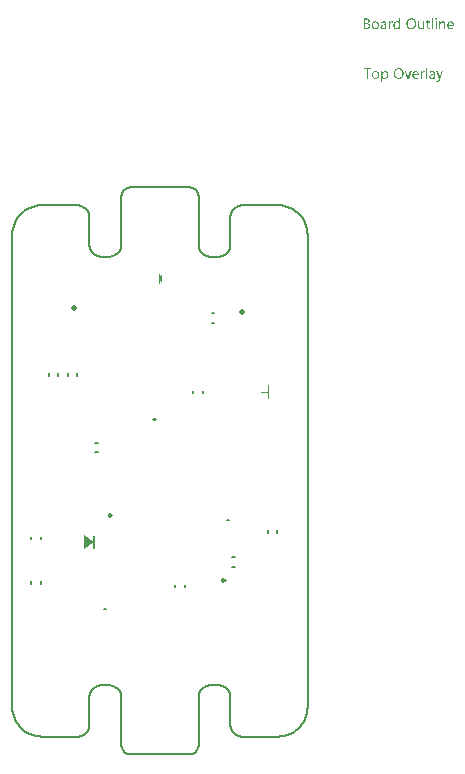
<source format=gto>
G04*
G04 #@! TF.GenerationSoftware,Altium Limited,Altium Designer,21.9.2 (33)*
G04*
G04 Layer_Color=65535*
%FSLAX44Y44*%
%MOMM*%
G71*
G04*
G04 #@! TF.SameCoordinates,2EA8CFF5-2370-4CCC-882B-FB9061A37F0A*
G04*
G04*
G04 #@! TF.FilePolarity,Positive*
G04*
G01*
G75*
%ADD10C,0.2500*%
%ADD11C,0.5000*%
%ADD12C,0.2000*%
%ADD13C,0.2540*%
%ADD14C,0.1500*%
%ADD15C,0.1000*%
G36*
X564991Y274449D02*
X565054Y274449D01*
X565195Y274386D01*
X565274Y274339D01*
X565353Y274276D01*
X565368Y274261D01*
X565384Y274245D01*
X565463Y274151D01*
X565526Y273993D01*
X565541Y273899D01*
X565557Y273805D01*
X565557Y273789D01*
X565557Y273757D01*
X565541Y273710D01*
X565526Y273647D01*
X565478Y273490D01*
X565416Y273412D01*
X565353Y273333D01*
X565337Y273333D01*
X565321Y273302D01*
X565227Y273239D01*
X565085Y273176D01*
X564991Y273160D01*
X564897Y273144D01*
X564850Y273144D01*
X564802Y273160D01*
X564739Y273160D01*
X564582Y273223D01*
X564504Y273254D01*
X564425Y273317D01*
X564425Y273333D01*
X564394Y273349D01*
X564362Y273396D01*
X564331Y273443D01*
X564268Y273600D01*
X564252Y273694D01*
X564236Y273805D01*
X564236Y273820D01*
X564236Y273852D01*
X564252Y273899D01*
X564268Y273978D01*
X564315Y274119D01*
X564362Y274198D01*
X564425Y274276D01*
X564441Y274292D01*
X564456Y274308D01*
X564551Y274371D01*
X564708Y274433D01*
X564802Y274465D01*
X564944Y274465D01*
X564991Y274449D01*
X564991Y274449D02*
G37*
G36*
X534536Y265141D02*
X533514Y265141D01*
X533514Y266211D01*
X533483Y266211D01*
X533483Y266195D01*
X533451Y266163D01*
X533404Y266101D01*
X533357Y266022D01*
X533279Y265928D01*
X533184Y265833D01*
X533074Y265723D01*
X532948Y265613D01*
X532807Y265487D01*
X532634Y265377D01*
X532461Y265283D01*
X532257Y265189D01*
X532052Y265110D01*
X531816Y265047D01*
X531565Y265016D01*
X531297Y265000D01*
X531188Y265000D01*
X531093Y265016D01*
X530999Y265031D01*
X530873Y265047D01*
X530606Y265110D01*
X530291Y265204D01*
X529977Y265361D01*
X529804Y265456D01*
X529662Y265566D01*
X529505Y265707D01*
X529364Y265849D01*
X529364Y265865D01*
X529332Y265896D01*
X529301Y265943D01*
X529254Y266006D01*
X529206Y266085D01*
X529143Y266195D01*
X529081Y266321D01*
X529018Y266462D01*
X528939Y266619D01*
X528876Y266792D01*
X528813Y266981D01*
X528766Y267185D01*
X528719Y267405D01*
X528688Y267657D01*
X528672Y267909D01*
X528656Y268176D01*
X528656Y268192D01*
X528656Y268239D01*
X528656Y268333D01*
X528672Y268443D01*
X528688Y268569D01*
X528703Y268726D01*
X528719Y268899D01*
X528750Y269088D01*
X528845Y269497D01*
X528986Y269921D01*
X529081Y270126D01*
X529191Y270330D01*
X529301Y270519D01*
X529442Y270707D01*
X529458Y270723D01*
X529474Y270754D01*
X529521Y270802D01*
X529584Y270865D01*
X529662Y270927D01*
X529772Y271006D01*
X529883Y271100D01*
X530008Y271195D01*
X530323Y271368D01*
X530684Y271525D01*
X530889Y271572D01*
X531109Y271619D01*
X531329Y271651D01*
X531581Y271666D01*
X531706Y271666D01*
X531801Y271651D01*
X531895Y271635D01*
X532021Y271619D01*
X532304Y271541D01*
X532618Y271415D01*
X532775Y271336D01*
X532933Y271226D01*
X533090Y271116D01*
X533231Y270975D01*
X533357Y270817D01*
X533483Y270629D01*
X533514Y270629D01*
X533514Y274591D01*
X534536Y274591D01*
X534536Y265141D01*
X534536Y265141D02*
G37*
G36*
X570777Y271651D02*
X570966Y271635D01*
X571202Y271588D01*
X571453Y271509D01*
X571720Y271383D01*
X571988Y271210D01*
X572098Y271116D01*
X572208Y270990D01*
X572239Y270959D01*
X572302Y270865D01*
X572381Y270707D01*
X572491Y270487D01*
X572585Y270220D01*
X572679Y269890D01*
X572742Y269497D01*
X572758Y269041D01*
X572758Y265141D01*
X571736Y265141D01*
X571736Y268773D01*
X571736Y268789D01*
X571736Y268868D01*
X571720Y268962D01*
X571720Y269088D01*
X571689Y269245D01*
X571657Y269418D01*
X571610Y269607D01*
X571547Y269795D01*
X571469Y269984D01*
X571374Y270157D01*
X571249Y270330D01*
X571107Y270487D01*
X570950Y270613D01*
X570746Y270707D01*
X570525Y270786D01*
X570258Y270802D01*
X570227Y270802D01*
X570132Y270786D01*
X569991Y270770D01*
X569818Y270723D01*
X569613Y270660D01*
X569393Y270550D01*
X569189Y270408D01*
X568985Y270220D01*
X568969Y270188D01*
X568906Y270126D01*
X568827Y270000D01*
X568733Y269827D01*
X568639Y269622D01*
X568560Y269371D01*
X568497Y269088D01*
X568481Y268773D01*
X568481Y265141D01*
X567459Y265141D01*
X567459Y271525D01*
X568481Y271525D01*
X568481Y270456D01*
X568513Y270456D01*
X568529Y270471D01*
X568544Y270503D01*
X568591Y270566D01*
X568654Y270644D01*
X568717Y270739D01*
X568812Y270833D01*
X568922Y270943D01*
X569048Y271069D01*
X569189Y271179D01*
X569346Y271289D01*
X569519Y271383D01*
X569708Y271478D01*
X569897Y271556D01*
X570117Y271619D01*
X570353Y271651D01*
X570604Y271666D01*
X570698Y271666D01*
X570777Y271651D01*
X570777Y271651D02*
G37*
G36*
X527603Y271619D02*
X527791Y271603D01*
X527901Y271572D01*
X527980Y271541D01*
X527980Y270487D01*
X527964Y270503D01*
X527933Y270519D01*
X527870Y270550D01*
X527791Y270597D01*
X527681Y270629D01*
X527540Y270660D01*
X527383Y270676D01*
X527210Y270692D01*
X527178Y270692D01*
X527100Y270676D01*
X526974Y270660D01*
X526832Y270613D01*
X526644Y270534D01*
X526471Y270424D01*
X526282Y270267D01*
X526109Y270063D01*
X526093Y270031D01*
X526046Y269953D01*
X525968Y269811D01*
X525889Y269622D01*
X525810Y269387D01*
X525732Y269088D01*
X525685Y268758D01*
X525669Y268380D01*
X525669Y265141D01*
X524647Y265141D01*
X524647Y271525D01*
X525669Y271525D01*
X525669Y270204D01*
X525700Y270204D01*
X525700Y270220D01*
X525716Y270236D01*
X525747Y270314D01*
X525795Y270440D01*
X525873Y270597D01*
X525952Y270754D01*
X526078Y270927D01*
X526203Y271100D01*
X526361Y271257D01*
X526376Y271273D01*
X526439Y271320D01*
X526534Y271383D01*
X526659Y271446D01*
X526801Y271509D01*
X526974Y271572D01*
X527163Y271619D01*
X527367Y271635D01*
X527508Y271635D01*
X527603Y271619D01*
X527603Y271619D02*
G37*
G36*
X554881Y265141D02*
X553859Y265141D01*
X553859Y266148D01*
X553828Y266148D01*
X553828Y266132D01*
X553797Y266101D01*
X553765Y266038D01*
X553702Y265975D01*
X553561Y265786D01*
X553341Y265582D01*
X553215Y265472D01*
X553073Y265361D01*
X552916Y265267D01*
X552727Y265173D01*
X552539Y265110D01*
X552334Y265047D01*
X552099Y265016D01*
X551863Y265000D01*
X551768Y265000D01*
X551658Y265016D01*
X551501Y265047D01*
X551328Y265079D01*
X551139Y265141D01*
X550935Y265220D01*
X550731Y265346D01*
X550510Y265487D01*
X550306Y265660D01*
X550117Y265880D01*
X549944Y266148D01*
X549787Y266446D01*
X549677Y266808D01*
X549614Y267232D01*
X549583Y267453D01*
X549583Y267704D01*
X549583Y271525D01*
X550589Y271525D01*
X550589Y267861D01*
X550589Y267846D01*
X550589Y267783D01*
X550605Y267673D01*
X550621Y267547D01*
X550636Y267390D01*
X550668Y267232D01*
X550715Y267044D01*
X550778Y266855D01*
X550872Y266667D01*
X550966Y266494D01*
X551092Y266321D01*
X551250Y266163D01*
X551422Y266038D01*
X551627Y265943D01*
X551878Y265865D01*
X552146Y265849D01*
X552177Y265849D01*
X552271Y265865D01*
X552413Y265880D01*
X552570Y265912D01*
X552775Y265991D01*
X552979Y266085D01*
X553183Y266211D01*
X553372Y266399D01*
X553388Y266431D01*
X553451Y266494D01*
X553529Y266619D01*
X553624Y266792D01*
X553702Y266997D01*
X553781Y267248D01*
X553844Y267531D01*
X553859Y267846D01*
X553859Y271525D01*
X554881Y271525D01*
X554881Y265141D01*
X554881Y265141D02*
G37*
G36*
X565384Y265141D02*
X564362Y265141D01*
X564362Y271525D01*
X565384Y271525D01*
X565384Y265141D01*
X565384Y265141D02*
G37*
G36*
X562287Y265141D02*
X561265Y265141D01*
X561265Y274591D01*
X562287Y274591D01*
X562287Y265141D01*
X562287Y265141D02*
G37*
G36*
X520685Y271651D02*
X520826Y271635D01*
X520999Y271588D01*
X521188Y271541D01*
X521392Y271462D01*
X521612Y271368D01*
X521817Y271242D01*
X522021Y271085D01*
X522210Y270896D01*
X522383Y270660D01*
X522524Y270393D01*
X522634Y270078D01*
X522697Y269717D01*
X522729Y269292D01*
X522729Y265141D01*
X521707Y265141D01*
X521707Y266132D01*
X521675Y266132D01*
X521675Y266116D01*
X521644Y266085D01*
X521612Y266022D01*
X521549Y265959D01*
X521392Y265770D01*
X521188Y265566D01*
X520905Y265361D01*
X520575Y265173D01*
X520370Y265110D01*
X520166Y265047D01*
X519946Y265016D01*
X519710Y265000D01*
X519616Y265000D01*
X519553Y265016D01*
X519380Y265031D01*
X519175Y265063D01*
X518924Y265126D01*
X518688Y265204D01*
X518436Y265330D01*
X518216Y265487D01*
X518201Y265519D01*
X518138Y265582D01*
X518043Y265692D01*
X517949Y265849D01*
X517855Y266038D01*
X517760Y266258D01*
X517697Y266525D01*
X517682Y266824D01*
X517682Y266840D01*
X517682Y266902D01*
X517697Y266997D01*
X517713Y267107D01*
X517745Y267248D01*
X517792Y267405D01*
X517855Y267578D01*
X517949Y267751D01*
X518059Y267940D01*
X518201Y268129D01*
X518373Y268302D01*
X518578Y268459D01*
X518814Y268616D01*
X519097Y268742D01*
X519411Y268836D01*
X519789Y268915D01*
X521707Y269182D01*
X521707Y269198D01*
X521707Y269245D01*
X521691Y269339D01*
X521691Y269434D01*
X521660Y269559D01*
X521644Y269701D01*
X521549Y270000D01*
X521471Y270141D01*
X521392Y270283D01*
X521282Y270424D01*
X521156Y270550D01*
X520999Y270660D01*
X520826Y270739D01*
X520622Y270786D01*
X520386Y270802D01*
X520276Y270802D01*
X520197Y270786D01*
X520087Y270786D01*
X519977Y270754D01*
X519694Y270707D01*
X519380Y270613D01*
X519034Y270471D01*
X518845Y270377D01*
X518672Y270283D01*
X518484Y270157D01*
X518311Y270015D01*
X518311Y271069D01*
X518326Y271069D01*
X518358Y271100D01*
X518405Y271132D01*
X518484Y271163D01*
X518562Y271210D01*
X518672Y271257D01*
X518798Y271305D01*
X518940Y271368D01*
X519254Y271478D01*
X519631Y271572D01*
X520040Y271635D01*
X520480Y271666D01*
X520575Y271666D01*
X520685Y271651D01*
X520685Y271651D02*
G37*
G36*
X506236Y274056D02*
X506346Y274056D01*
X506456Y274040D01*
X506707Y274009D01*
X507006Y273930D01*
X507321Y273836D01*
X507619Y273694D01*
X507887Y273506D01*
X507902Y273506D01*
X507918Y273474D01*
X507997Y273412D01*
X508107Y273286D01*
X508232Y273113D01*
X508343Y272893D01*
X508453Y272641D01*
X508531Y272358D01*
X508563Y272201D01*
X508563Y272028D01*
X508563Y272012D01*
X508563Y271996D01*
X508563Y271902D01*
X508547Y271761D01*
X508516Y271588D01*
X508468Y271368D01*
X508390Y271147D01*
X508295Y270927D01*
X508154Y270707D01*
X508138Y270676D01*
X508075Y270613D01*
X507981Y270519D01*
X507855Y270393D01*
X507698Y270267D01*
X507509Y270126D01*
X507273Y270015D01*
X507022Y269905D01*
X507022Y269890D01*
X507069Y269890D01*
X507116Y269874D01*
X507163Y269858D01*
X507336Y269827D01*
X507541Y269764D01*
X507761Y269669D01*
X507997Y269559D01*
X508232Y269402D01*
X508453Y269198D01*
X508484Y269166D01*
X508547Y269088D01*
X508625Y268978D01*
X508736Y268805D01*
X508830Y268585D01*
X508924Y268333D01*
X508987Y268034D01*
X509003Y267704D01*
X509003Y267689D01*
X509003Y267657D01*
X509003Y267594D01*
X508987Y267516D01*
X508971Y267421D01*
X508956Y267311D01*
X508893Y267044D01*
X508798Y266745D01*
X508657Y266431D01*
X508563Y266289D01*
X508453Y266132D01*
X508311Y265991D01*
X508170Y265849D01*
X508154Y265849D01*
X508138Y265818D01*
X508091Y265786D01*
X508028Y265739D01*
X507949Y265692D01*
X507839Y265629D01*
X507604Y265503D01*
X507305Y265361D01*
X506959Y265252D01*
X506550Y265173D01*
X506346Y265157D01*
X506110Y265141D01*
X503500Y265141D01*
X503500Y274072D01*
X506157Y274072D01*
X506236Y274056D01*
X506236Y274056D02*
G37*
G36*
X558293Y271525D02*
X559913Y271525D01*
X559913Y270644D01*
X558293Y270644D01*
X558293Y267044D01*
X558293Y267012D01*
X558293Y266934D01*
X558309Y266824D01*
X558325Y266682D01*
X558388Y266383D01*
X558435Y266242D01*
X558513Y266132D01*
X558529Y266116D01*
X558560Y266085D01*
X558608Y266053D01*
X558686Y266006D01*
X558781Y265943D01*
X558906Y265912D01*
X559064Y265880D01*
X559237Y265865D01*
X559300Y265865D01*
X559378Y265880D01*
X559472Y265896D01*
X559692Y265959D01*
X559803Y266006D01*
X559913Y266069D01*
X559913Y265189D01*
X559897Y265189D01*
X559850Y265157D01*
X559771Y265141D01*
X559661Y265110D01*
X559520Y265079D01*
X559362Y265047D01*
X559174Y265031D01*
X558954Y265016D01*
X558875Y265016D01*
X558796Y265031D01*
X558686Y265047D01*
X558560Y265079D01*
X558419Y265110D01*
X558278Y265173D01*
X558120Y265252D01*
X557963Y265346D01*
X557806Y265472D01*
X557664Y265613D01*
X557538Y265802D01*
X557429Y266006D01*
X557350Y266258D01*
X557287Y266541D01*
X557271Y266871D01*
X557271Y270644D01*
X556186Y270644D01*
X556186Y271525D01*
X557271Y271525D01*
X557271Y273081D01*
X558293Y273412D01*
X558293Y271525D01*
X558293Y271525D02*
G37*
G36*
X577412Y271651D02*
X577522Y271635D01*
X577632Y271619D01*
X577915Y271572D01*
X578229Y271462D01*
X578544Y271320D01*
X578701Y271226D01*
X578858Y271116D01*
X579000Y270990D01*
X579141Y270849D01*
X579157Y270833D01*
X579173Y270817D01*
X579204Y270770D01*
X579251Y270707D01*
X579299Y270613D01*
X579361Y270519D01*
X579424Y270408D01*
X579487Y270267D01*
X579550Y270110D01*
X579613Y269953D01*
X579676Y269764D01*
X579723Y269559D01*
X579770Y269339D01*
X579802Y269119D01*
X579833Y268868D01*
X579833Y268600D01*
X579833Y268066D01*
X575321Y268066D01*
X575321Y268050D01*
X575321Y268019D01*
X575321Y267971D01*
X575336Y267893D01*
X575352Y267799D01*
X575352Y267704D01*
X575399Y267453D01*
X575478Y267201D01*
X575572Y266918D01*
X575714Y266651D01*
X575887Y266415D01*
X575918Y266383D01*
X575981Y266321D01*
X576107Y266242D01*
X576280Y266132D01*
X576500Y266022D01*
X576752Y265943D01*
X577050Y265880D01*
X577396Y265849D01*
X577506Y265849D01*
X577585Y265865D01*
X577679Y265865D01*
X577789Y265880D01*
X578056Y265943D01*
X578355Y266022D01*
X578685Y266148D01*
X579031Y266321D01*
X579204Y266431D01*
X579377Y266556D01*
X579377Y265597D01*
X579361Y265597D01*
X579346Y265566D01*
X579299Y265550D01*
X579220Y265503D01*
X579141Y265456D01*
X579047Y265409D01*
X578921Y265361D01*
X578796Y265299D01*
X578638Y265236D01*
X578465Y265189D01*
X578088Y265094D01*
X577648Y265031D01*
X577160Y265000D01*
X577035Y265000D01*
X576940Y265016D01*
X576830Y265031D01*
X576689Y265047D01*
X576390Y265110D01*
X576044Y265204D01*
X575698Y265361D01*
X575525Y265472D01*
X575352Y265582D01*
X575195Y265707D01*
X575038Y265865D01*
X575022Y265880D01*
X575006Y265912D01*
X574975Y265959D01*
X574912Y266022D01*
X574865Y266116D01*
X574802Y266226D01*
X574723Y266352D01*
X574660Y266494D01*
X574582Y266651D01*
X574519Y266840D01*
X574440Y267044D01*
X574393Y267264D01*
X574346Y267500D01*
X574299Y267751D01*
X574283Y268019D01*
X574267Y268302D01*
X574267Y268317D01*
X574267Y268365D01*
X574267Y268443D01*
X574283Y268553D01*
X574299Y268679D01*
X574314Y268820D01*
X574330Y268993D01*
X574377Y269166D01*
X574472Y269544D01*
X574613Y269953D01*
X574708Y270157D01*
X574833Y270346D01*
X574959Y270550D01*
X575101Y270723D01*
X575116Y270739D01*
X575148Y270770D01*
X575195Y270817D01*
X575258Y270865D01*
X575336Y270943D01*
X575431Y271022D01*
X575557Y271100D01*
X575682Y271195D01*
X575981Y271368D01*
X576343Y271525D01*
X576547Y271572D01*
X576752Y271619D01*
X576972Y271651D01*
X577207Y271666D01*
X577333Y271666D01*
X577412Y271651D01*
X577412Y271651D02*
G37*
G36*
X544284Y274213D02*
X544442Y274198D01*
X544630Y274166D01*
X544835Y274119D01*
X545055Y274072D01*
X545275Y274009D01*
X545527Y273930D01*
X545762Y273820D01*
X546014Y273694D01*
X546265Y273553D01*
X546501Y273380D01*
X546737Y273191D01*
X546957Y272971D01*
X546973Y272956D01*
X547004Y272908D01*
X547067Y272845D01*
X547130Y272751D01*
X547225Y272625D01*
X547319Y272468D01*
X547413Y272295D01*
X547523Y272106D01*
X547633Y271871D01*
X547728Y271635D01*
X547822Y271368D01*
X547916Y271069D01*
X547979Y270770D01*
X548042Y270440D01*
X548074Y270078D01*
X548089Y269717D01*
X548089Y269685D01*
X548089Y269622D01*
X548089Y269512D01*
X548074Y269355D01*
X548058Y269166D01*
X548026Y268962D01*
X547995Y268726D01*
X547948Y268459D01*
X547885Y268192D01*
X547806Y267909D01*
X547712Y267626D01*
X547602Y267343D01*
X547460Y267044D01*
X547303Y266777D01*
X547130Y266509D01*
X546926Y266258D01*
X546910Y266242D01*
X546879Y266211D01*
X546800Y266148D01*
X546721Y266069D01*
X546596Y265959D01*
X546454Y265865D01*
X546297Y265739D01*
X546108Y265629D01*
X545904Y265519D01*
X545668Y265393D01*
X545416Y265299D01*
X545133Y265204D01*
X544835Y265110D01*
X544520Y265047D01*
X544190Y265016D01*
X543828Y265000D01*
X543750Y265000D01*
X543640Y265016D01*
X543514Y265016D01*
X543357Y265031D01*
X543168Y265063D01*
X542964Y265110D01*
X542728Y265157D01*
X542492Y265220D01*
X542240Y265299D01*
X541989Y265409D01*
X541737Y265519D01*
X541486Y265660D01*
X541234Y265833D01*
X540998Y266022D01*
X540778Y266242D01*
X540762Y266258D01*
X540731Y266305D01*
X540668Y266368D01*
X540605Y266462D01*
X540511Y266588D01*
X540417Y266745D01*
X540322Y266918D01*
X540212Y267122D01*
X540102Y267343D01*
X540008Y267578D01*
X539913Y267846D01*
X539819Y268144D01*
X539756Y268443D01*
X539693Y268773D01*
X539662Y269135D01*
X539646Y269497D01*
X539646Y269528D01*
X539646Y269591D01*
X539662Y269701D01*
X539662Y269858D01*
X539678Y270031D01*
X539709Y270251D01*
X539741Y270487D01*
X539788Y270739D01*
X539851Y271006D01*
X539929Y271289D01*
X540024Y271572D01*
X540134Y271855D01*
X540275Y272138D01*
X540432Y272421D01*
X540605Y272688D01*
X540810Y272940D01*
X540825Y272956D01*
X540857Y273003D01*
X540936Y273066D01*
X541030Y273144D01*
X541140Y273239D01*
X541281Y273349D01*
X541454Y273459D01*
X541643Y273584D01*
X541863Y273710D01*
X542099Y273820D01*
X542351Y273930D01*
X542634Y274025D01*
X542948Y274103D01*
X543278Y274182D01*
X543624Y274213D01*
X543986Y274229D01*
X544159Y274229D01*
X544284Y274213D01*
X544284Y274213D02*
G37*
G36*
X513735Y271651D02*
X513845Y271635D01*
X513987Y271619D01*
X514301Y271556D01*
X514663Y271446D01*
X515025Y271289D01*
X515213Y271195D01*
X515386Y271085D01*
X515559Y270943D01*
X515716Y270786D01*
X515732Y270770D01*
X515748Y270739D01*
X515795Y270692D01*
X515842Y270629D01*
X515905Y270534D01*
X515968Y270424D01*
X516047Y270298D01*
X516125Y270157D01*
X516188Y269984D01*
X516267Y269811D01*
X516330Y269607D01*
X516393Y269387D01*
X516440Y269151D01*
X516487Y268899D01*
X516502Y268632D01*
X516518Y268349D01*
X516518Y268333D01*
X516518Y268286D01*
X516518Y268207D01*
X516502Y268097D01*
X516487Y267971D01*
X516471Y267814D01*
X516440Y267657D01*
X516408Y267468D01*
X516314Y267091D01*
X516157Y266682D01*
X516062Y266478D01*
X515937Y266273D01*
X515811Y266085D01*
X515653Y265912D01*
X515638Y265896D01*
X515606Y265880D01*
X515559Y265833D01*
X515496Y265770D01*
X515402Y265707D01*
X515308Y265629D01*
X515182Y265534D01*
X515040Y265456D01*
X514883Y265377D01*
X514710Y265283D01*
X514521Y265204D01*
X514317Y265141D01*
X514097Y265079D01*
X513861Y265047D01*
X513610Y265016D01*
X513342Y265000D01*
X513201Y265000D01*
X513106Y265016D01*
X512996Y265031D01*
X512855Y265047D01*
X512698Y265079D01*
X512525Y265110D01*
X512163Y265220D01*
X511786Y265377D01*
X511597Y265472D01*
X511424Y265597D01*
X511251Y265723D01*
X511078Y265880D01*
X511063Y265896D01*
X511047Y265928D01*
X511000Y265975D01*
X510952Y266038D01*
X510890Y266132D01*
X510811Y266242D01*
X510732Y266368D01*
X510670Y266509D01*
X510591Y266682D01*
X510512Y266855D01*
X510434Y267044D01*
X510371Y267264D01*
X510276Y267736D01*
X510261Y267987D01*
X510245Y268255D01*
X510245Y268270D01*
X510245Y268333D01*
X510245Y268412D01*
X510261Y268522D01*
X510276Y268648D01*
X510292Y268805D01*
X510324Y268978D01*
X510355Y269166D01*
X510449Y269575D01*
X510607Y269984D01*
X510717Y270188D01*
X510827Y270393D01*
X510952Y270581D01*
X511110Y270754D01*
X511125Y270770D01*
X511157Y270802D01*
X511204Y270833D01*
X511267Y270896D01*
X511361Y270959D01*
X511471Y271037D01*
X511597Y271132D01*
X511739Y271210D01*
X511896Y271289D01*
X512085Y271383D01*
X512273Y271462D01*
X512493Y271525D01*
X512713Y271588D01*
X512965Y271635D01*
X513232Y271651D01*
X513499Y271666D01*
X513641Y271666D01*
X513735Y271651D01*
X513735Y271651D02*
G37*
G36*
X521895Y229512D02*
X522006Y229496D01*
X522116Y229481D01*
X522398Y229418D01*
X522713Y229323D01*
X523027Y229166D01*
X523185Y229072D01*
X523342Y228946D01*
X523483Y228820D01*
X523625Y228663D01*
X523641Y228647D01*
X523656Y228632D01*
X523688Y228569D01*
X523735Y228506D01*
X523782Y228427D01*
X523845Y228317D01*
X523908Y228191D01*
X523971Y228066D01*
X524034Y227908D01*
X524097Y227735D01*
X524160Y227547D01*
X524207Y227342D01*
X524285Y226886D01*
X524317Y226635D01*
X524317Y226368D01*
X524317Y226352D01*
X524317Y226305D01*
X524317Y226210D01*
X524301Y226100D01*
X524301Y225975D01*
X524269Y225817D01*
X524254Y225644D01*
X524222Y225456D01*
X524128Y225047D01*
X523987Y224622D01*
X523892Y224418D01*
X523798Y224214D01*
X523672Y224009D01*
X523531Y223820D01*
X523515Y223805D01*
X523499Y223773D01*
X523452Y223726D01*
X523389Y223679D01*
X523310Y223600D01*
X523216Y223522D01*
X523106Y223427D01*
X522980Y223349D01*
X522839Y223255D01*
X522682Y223160D01*
X522304Y223019D01*
X522100Y222956D01*
X521895Y222909D01*
X521660Y222877D01*
X521408Y222861D01*
X521282Y222861D01*
X521204Y222877D01*
X521093Y222893D01*
X520984Y222924D01*
X520700Y222987D01*
X520402Y223113D01*
X520229Y223207D01*
X520072Y223302D01*
X519914Y223427D01*
X519773Y223569D01*
X519616Y223726D01*
X519490Y223915D01*
X519458Y223915D01*
X519458Y220079D01*
X518436Y220079D01*
X518436Y229386D01*
X519458Y229386D01*
X519458Y228254D01*
X519490Y228254D01*
X519506Y228270D01*
X519521Y228317D01*
X519568Y228380D01*
X519631Y228459D01*
X519710Y228553D01*
X519804Y228663D01*
X519914Y228773D01*
X520056Y228899D01*
X520197Y229009D01*
X520355Y229119D01*
X520543Y229229D01*
X520732Y229323D01*
X520952Y229418D01*
X521188Y229481D01*
X521424Y229512D01*
X521691Y229528D01*
X521817Y229528D01*
X521895Y229512D01*
X521895Y229512D02*
G37*
G36*
X554803Y229481D02*
X554991Y229465D01*
X555102Y229433D01*
X555180Y229402D01*
X555180Y228349D01*
X555164Y228364D01*
X555133Y228380D01*
X555070Y228412D01*
X554991Y228459D01*
X554881Y228490D01*
X554740Y228522D01*
X554583Y228537D01*
X554410Y228553D01*
X554378Y228553D01*
X554300Y228537D01*
X554174Y228522D01*
X554032Y228474D01*
X553844Y228396D01*
X553671Y228286D01*
X553482Y228129D01*
X553309Y227924D01*
X553293Y227893D01*
X553246Y227814D01*
X553168Y227673D01*
X553089Y227484D01*
X553010Y227248D01*
X552932Y226949D01*
X552885Y226619D01*
X552869Y226242D01*
X552869Y223003D01*
X551847Y223003D01*
X551847Y229386D01*
X552869Y229386D01*
X552869Y228066D01*
X552900Y228066D01*
X552900Y228081D01*
X552916Y228097D01*
X552948Y228176D01*
X552995Y228301D01*
X553073Y228459D01*
X553152Y228616D01*
X553278Y228789D01*
X553404Y228962D01*
X553561Y229119D01*
X553576Y229135D01*
X553639Y229182D01*
X553734Y229245D01*
X553859Y229308D01*
X554001Y229371D01*
X554174Y229433D01*
X554363Y229481D01*
X554567Y229496D01*
X554709Y229496D01*
X554803Y229481D01*
X554803Y229481D02*
G37*
G36*
X568026Y221981D02*
X568010Y221965D01*
X567994Y221902D01*
X567947Y221792D01*
X567884Y221667D01*
X567805Y221525D01*
X567695Y221352D01*
X567585Y221179D01*
X567459Y220990D01*
X567302Y220802D01*
X567145Y220629D01*
X566956Y220456D01*
X566752Y220314D01*
X566548Y220189D01*
X566312Y220079D01*
X566076Y220016D01*
X565809Y220000D01*
X565667Y220000D01*
X565573Y220016D01*
X565368Y220047D01*
X565148Y220094D01*
X565148Y221006D01*
X565164Y221006D01*
X565211Y220990D01*
X565274Y220975D01*
X565353Y220959D01*
X565541Y220912D01*
X565746Y220896D01*
X565777Y220896D01*
X565872Y220912D01*
X566013Y220943D01*
X566186Y221006D01*
X566375Y221116D01*
X566469Y221195D01*
X566563Y221289D01*
X566658Y221383D01*
X566752Y221509D01*
X566831Y221651D01*
X566909Y221808D01*
X567428Y223003D01*
X564928Y229386D01*
X566060Y229386D01*
X567790Y224465D01*
X567790Y224449D01*
X567805Y224418D01*
X567821Y224371D01*
X567837Y224308D01*
X567853Y224214D01*
X567884Y224119D01*
X567915Y223978D01*
X567963Y223978D01*
X567963Y224009D01*
X567994Y224104D01*
X568026Y224245D01*
X568088Y224449D01*
X569897Y229386D01*
X570950Y229386D01*
X568026Y221981D01*
X568026Y221981D02*
G37*
G36*
X541533Y223003D02*
X540527Y223003D01*
X538105Y229386D01*
X539222Y229386D01*
X540857Y224748D01*
X540873Y224732D01*
X540888Y224669D01*
X540920Y224559D01*
X540951Y224449D01*
X540983Y224308D01*
X541030Y224151D01*
X541077Y223852D01*
X541093Y223852D01*
X541093Y223868D01*
X541108Y223931D01*
X541124Y224025D01*
X541140Y224135D01*
X541171Y224277D01*
X541203Y224418D01*
X541297Y224717D01*
X542995Y229386D01*
X544064Y229386D01*
X541533Y223003D01*
X541533Y223003D02*
G37*
G36*
X561909Y229512D02*
X562051Y229496D01*
X562224Y229449D01*
X562412Y229402D01*
X562617Y229323D01*
X562837Y229229D01*
X563041Y229103D01*
X563246Y228946D01*
X563434Y228757D01*
X563607Y228522D01*
X563749Y228254D01*
X563859Y227940D01*
X563922Y227578D01*
X563953Y227154D01*
X563953Y223003D01*
X562931Y223003D01*
X562931Y223993D01*
X562900Y223993D01*
X562900Y223978D01*
X562868Y223946D01*
X562837Y223883D01*
X562774Y223820D01*
X562617Y223632D01*
X562412Y223427D01*
X562130Y223223D01*
X561799Y223034D01*
X561595Y222971D01*
X561391Y222909D01*
X561171Y222877D01*
X560935Y222861D01*
X560840Y222861D01*
X560777Y222877D01*
X560604Y222893D01*
X560400Y222924D01*
X560149Y222987D01*
X559913Y223066D01*
X559661Y223192D01*
X559441Y223349D01*
X559425Y223380D01*
X559362Y223443D01*
X559268Y223553D01*
X559174Y223710D01*
X559079Y223899D01*
X558985Y224119D01*
X558922Y224387D01*
X558906Y224685D01*
X558906Y224701D01*
X558906Y224764D01*
X558922Y224858D01*
X558938Y224968D01*
X558969Y225110D01*
X559016Y225267D01*
X559079Y225440D01*
X559174Y225613D01*
X559284Y225802D01*
X559425Y225990D01*
X559598Y226163D01*
X559803Y226320D01*
X560038Y226478D01*
X560321Y226603D01*
X560636Y226698D01*
X561013Y226776D01*
X562931Y227044D01*
X562931Y227059D01*
X562931Y227106D01*
X562916Y227201D01*
X562916Y227295D01*
X562884Y227421D01*
X562868Y227563D01*
X562774Y227861D01*
X562696Y228003D01*
X562617Y228144D01*
X562507Y228286D01*
X562381Y228412D01*
X562224Y228522D01*
X562051Y228600D01*
X561847Y228647D01*
X561611Y228663D01*
X561501Y228663D01*
X561422Y228647D01*
X561312Y228647D01*
X561202Y228616D01*
X560919Y228569D01*
X560604Y228474D01*
X560258Y228333D01*
X560070Y228239D01*
X559897Y228144D01*
X559708Y228018D01*
X559535Y227877D01*
X559535Y228930D01*
X559551Y228930D01*
X559582Y228962D01*
X559630Y228993D01*
X559708Y229025D01*
X559787Y229072D01*
X559897Y229119D01*
X560023Y229166D01*
X560164Y229229D01*
X560479Y229339D01*
X560856Y229433D01*
X561265Y229496D01*
X561705Y229528D01*
X561799Y229528D01*
X561909Y229512D01*
X561909Y229512D02*
G37*
G36*
X557303Y223003D02*
X556281Y223003D01*
X556281Y232452D01*
X557303Y232452D01*
X557303Y223003D01*
X557303Y223003D02*
G37*
G36*
X509695Y230990D02*
X507116Y230990D01*
X507116Y223003D01*
X506078Y223003D01*
X506078Y230990D01*
X503500Y230990D01*
X503500Y231933D01*
X509695Y231933D01*
X509695Y230990D01*
X509695Y230990D02*
G37*
G36*
X547885Y229512D02*
X547995Y229496D01*
X548105Y229481D01*
X548388Y229433D01*
X548702Y229323D01*
X549017Y229182D01*
X549174Y229088D01*
X549331Y228978D01*
X549473Y228852D01*
X549614Y228710D01*
X549630Y228694D01*
X549646Y228679D01*
X549677Y228632D01*
X549724Y228569D01*
X549772Y228474D01*
X549835Y228380D01*
X549897Y228270D01*
X549960Y228129D01*
X550023Y227971D01*
X550086Y227814D01*
X550149Y227625D01*
X550196Y227421D01*
X550243Y227201D01*
X550275Y226981D01*
X550306Y226729D01*
X550306Y226462D01*
X550306Y225927D01*
X545794Y225927D01*
X545794Y225912D01*
X545794Y225880D01*
X545794Y225833D01*
X545810Y225754D01*
X545825Y225660D01*
X545825Y225566D01*
X545872Y225314D01*
X545951Y225063D01*
X546045Y224780D01*
X546187Y224512D01*
X546360Y224277D01*
X546391Y224245D01*
X546454Y224182D01*
X546580Y224104D01*
X546753Y223993D01*
X546973Y223883D01*
X547225Y223805D01*
X547523Y223742D01*
X547869Y223710D01*
X547979Y223710D01*
X548058Y223726D01*
X548152Y223726D01*
X548262Y223742D01*
X548530Y223805D01*
X548828Y223883D01*
X549158Y224009D01*
X549504Y224182D01*
X549677Y224292D01*
X549850Y224418D01*
X549850Y223459D01*
X549835Y223459D01*
X549819Y223427D01*
X549772Y223412D01*
X549693Y223365D01*
X549614Y223317D01*
X549520Y223270D01*
X549394Y223223D01*
X549268Y223160D01*
X549111Y223097D01*
X548938Y223050D01*
X548561Y222956D01*
X548121Y222893D01*
X547633Y222861D01*
X547508Y222861D01*
X547413Y222877D01*
X547303Y222893D01*
X547162Y222909D01*
X546863Y222971D01*
X546517Y223066D01*
X546171Y223223D01*
X545998Y223333D01*
X545825Y223443D01*
X545668Y223569D01*
X545511Y223726D01*
X545495Y223742D01*
X545479Y223773D01*
X545448Y223820D01*
X545385Y223883D01*
X545338Y223978D01*
X545275Y224088D01*
X545196Y224214D01*
X545133Y224355D01*
X545055Y224512D01*
X544992Y224701D01*
X544913Y224905D01*
X544866Y225126D01*
X544819Y225361D01*
X544772Y225613D01*
X544756Y225880D01*
X544740Y226163D01*
X544740Y226179D01*
X544740Y226226D01*
X544740Y226305D01*
X544756Y226415D01*
X544772Y226541D01*
X544787Y226682D01*
X544803Y226855D01*
X544850Y227028D01*
X544945Y227405D01*
X545086Y227814D01*
X545181Y228018D01*
X545306Y228207D01*
X545432Y228412D01*
X545574Y228584D01*
X545589Y228600D01*
X545621Y228632D01*
X545668Y228679D01*
X545731Y228726D01*
X545810Y228805D01*
X545904Y228883D01*
X546030Y228962D01*
X546155Y229056D01*
X546454Y229229D01*
X546816Y229386D01*
X547020Y229433D01*
X547225Y229481D01*
X547445Y229512D01*
X547681Y229528D01*
X547806Y229528D01*
X547885Y229512D01*
X547885Y229512D02*
G37*
G36*
X533624Y232075D02*
X533782Y232059D01*
X533970Y232028D01*
X534175Y231980D01*
X534395Y231933D01*
X534615Y231870D01*
X534866Y231792D01*
X535102Y231682D01*
X535354Y231556D01*
X535606Y231415D01*
X535841Y231242D01*
X536077Y231053D01*
X536297Y230833D01*
X536313Y230817D01*
X536344Y230770D01*
X536407Y230707D01*
X536470Y230613D01*
X536565Y230487D01*
X536659Y230330D01*
X536753Y230157D01*
X536863Y229968D01*
X536973Y229732D01*
X537068Y229496D01*
X537162Y229229D01*
X537256Y228930D01*
X537319Y228632D01*
X537382Y228301D01*
X537414Y227940D01*
X537429Y227578D01*
X537429Y227547D01*
X537429Y227484D01*
X537429Y227374D01*
X537414Y227217D01*
X537398Y227028D01*
X537366Y226824D01*
X537335Y226588D01*
X537288Y226320D01*
X537225Y226053D01*
X537146Y225770D01*
X537052Y225487D01*
X536942Y225204D01*
X536800Y224905D01*
X536643Y224638D01*
X536470Y224371D01*
X536266Y224119D01*
X536250Y224104D01*
X536219Y224072D01*
X536140Y224009D01*
X536062Y223931D01*
X535936Y223820D01*
X535794Y223726D01*
X535637Y223600D01*
X535448Y223490D01*
X535244Y223380D01*
X535008Y223255D01*
X534757Y223160D01*
X534473Y223066D01*
X534175Y222971D01*
X533860Y222909D01*
X533530Y222877D01*
X533168Y222861D01*
X533090Y222861D01*
X532980Y222877D01*
X532854Y222877D01*
X532697Y222893D01*
X532508Y222924D01*
X532304Y222971D01*
X532068Y223019D01*
X531832Y223081D01*
X531581Y223160D01*
X531329Y223270D01*
X531077Y223380D01*
X530826Y223522D01*
X530574Y223695D01*
X530338Y223883D01*
X530118Y224104D01*
X530103Y224119D01*
X530071Y224166D01*
X530008Y224229D01*
X529945Y224324D01*
X529851Y224449D01*
X529757Y224607D01*
X529662Y224780D01*
X529552Y224984D01*
X529442Y225204D01*
X529348Y225440D01*
X529254Y225707D01*
X529159Y226006D01*
X529096Y226305D01*
X529034Y226635D01*
X529002Y226996D01*
X528986Y227358D01*
X528986Y227390D01*
X528986Y227452D01*
X529002Y227563D01*
X529002Y227720D01*
X529018Y227893D01*
X529049Y228113D01*
X529081Y228349D01*
X529128Y228600D01*
X529191Y228867D01*
X529269Y229151D01*
X529364Y229433D01*
X529474Y229716D01*
X529615Y230000D01*
X529772Y230282D01*
X529945Y230550D01*
X530150Y230801D01*
X530165Y230817D01*
X530197Y230864D01*
X530275Y230927D01*
X530370Y231006D01*
X530480Y231100D01*
X530621Y231210D01*
X530794Y231320D01*
X530983Y231446D01*
X531203Y231572D01*
X531439Y231682D01*
X531691Y231792D01*
X531974Y231886D01*
X532288Y231965D01*
X532618Y232043D01*
X532964Y232075D01*
X533326Y232091D01*
X533499Y232091D01*
X533624Y232075D01*
X533624Y232075D02*
G37*
G36*
X514018Y229512D02*
X514128Y229496D01*
X514270Y229481D01*
X514584Y229418D01*
X514946Y229308D01*
X515308Y229151D01*
X515496Y229056D01*
X515669Y228946D01*
X515842Y228805D01*
X515999Y228647D01*
X516015Y228632D01*
X516031Y228600D01*
X516078Y228553D01*
X516125Y228490D01*
X516188Y228396D01*
X516251Y228286D01*
X516330Y228160D01*
X516408Y228018D01*
X516471Y227845D01*
X516550Y227673D01*
X516613Y227468D01*
X516675Y227248D01*
X516723Y227012D01*
X516770Y226761D01*
X516786Y226493D01*
X516801Y226210D01*
X516801Y226195D01*
X516801Y226147D01*
X516801Y226069D01*
X516786Y225959D01*
X516770Y225833D01*
X516754Y225676D01*
X516723Y225518D01*
X516691Y225330D01*
X516597Y224953D01*
X516440Y224544D01*
X516345Y224339D01*
X516219Y224135D01*
X516094Y223946D01*
X515937Y223773D01*
X515921Y223758D01*
X515889Y223742D01*
X515842Y223695D01*
X515779Y223632D01*
X515685Y223569D01*
X515591Y223490D01*
X515465Y223396D01*
X515323Y223317D01*
X515166Y223239D01*
X514993Y223144D01*
X514804Y223066D01*
X514600Y223003D01*
X514380Y222940D01*
X514144Y222909D01*
X513893Y222877D01*
X513625Y222861D01*
X513484Y222861D01*
X513390Y222877D01*
X513279Y222893D01*
X513138Y222909D01*
X512981Y222940D01*
X512808Y222971D01*
X512446Y223081D01*
X512069Y223239D01*
X511880Y223333D01*
X511707Y223459D01*
X511534Y223585D01*
X511361Y223742D01*
X511345Y223758D01*
X511330Y223789D01*
X511283Y223836D01*
X511236Y223899D01*
X511173Y223993D01*
X511094Y224104D01*
X511015Y224229D01*
X510952Y224371D01*
X510874Y224544D01*
X510795Y224717D01*
X510717Y224905D01*
X510654Y225126D01*
X510559Y225597D01*
X510544Y225849D01*
X510528Y226116D01*
X510528Y226132D01*
X510528Y226195D01*
X510528Y226273D01*
X510544Y226383D01*
X510559Y226509D01*
X510575Y226666D01*
X510607Y226839D01*
X510638Y227028D01*
X510732Y227437D01*
X510890Y227845D01*
X511000Y228050D01*
X511110Y228254D01*
X511236Y228443D01*
X511393Y228616D01*
X511408Y228632D01*
X511440Y228663D01*
X511487Y228694D01*
X511550Y228757D01*
X511644Y228820D01*
X511754Y228899D01*
X511880Y228993D01*
X512022Y229072D01*
X512179Y229151D01*
X512368Y229245D01*
X512556Y229323D01*
X512776Y229386D01*
X512996Y229449D01*
X513248Y229496D01*
X513515Y229512D01*
X513783Y229528D01*
X513924Y229528D01*
X514018Y229512D01*
X514018Y229512D02*
G37*
G36*
X333000Y50000D02*
X330000Y54000D01*
X333000Y58000D01*
X333000Y50000D01*
X333000Y50000D02*
G37*
G36*
X423750Y-48381D02*
X422500Y-48381D01*
X422500Y-42881D01*
X416500Y-42881D01*
X416500Y-41882D01*
X422500Y-41881D01*
X422500Y-36381D01*
X423750Y-36381D01*
X423750Y-48381D01*
X423750Y-48381D02*
G37*
G36*
X275146Y-169250D02*
X267146Y-175250D01*
X267146Y-163250D01*
X275146Y-169250D01*
X275146Y-169250D02*
G37*
%LPC*%
G36*
X531706Y270802D02*
X531612Y270802D01*
X531549Y270786D01*
X531376Y270770D01*
X531172Y270723D01*
X530936Y270629D01*
X530684Y270503D01*
X530448Y270346D01*
X530338Y270236D01*
X530228Y270110D01*
X530213Y270078D01*
X530150Y269984D01*
X530055Y269827D01*
X529961Y269622D01*
X529867Y269355D01*
X529772Y269025D01*
X529710Y268648D01*
X529694Y268223D01*
X529694Y268207D01*
X529694Y268176D01*
X529694Y268113D01*
X529710Y268034D01*
X529710Y267956D01*
X529725Y267846D01*
X529757Y267594D01*
X529820Y267311D01*
X529914Y267028D01*
X530040Y266745D01*
X530213Y266478D01*
X530244Y266446D01*
X530307Y266383D01*
X530417Y266273D01*
X530574Y266163D01*
X530779Y266053D01*
X531015Y265943D01*
X531282Y265880D01*
X531596Y265849D01*
X531675Y265849D01*
X531738Y265865D01*
X531895Y265880D01*
X532084Y265928D01*
X532304Y266006D01*
X532540Y266101D01*
X532760Y266258D01*
X532980Y266462D01*
X532996Y266494D01*
X533058Y266572D01*
X533153Y266714D01*
X533247Y266887D01*
X533341Y267107D01*
X533436Y267374D01*
X533499Y267689D01*
X533514Y268019D01*
X533514Y268962D01*
X533514Y268978D01*
X533514Y268993D01*
X533514Y269088D01*
X533483Y269229D01*
X533451Y269418D01*
X533389Y269622D01*
X533294Y269842D01*
X533168Y270063D01*
X532996Y270267D01*
X532980Y270283D01*
X532901Y270346D01*
X532791Y270440D01*
X532650Y270534D01*
X532461Y270629D01*
X532241Y270723D01*
X531989Y270786D01*
X531706Y270802D01*
X531706Y270802D02*
G37*
G36*
X521707Y268365D02*
X520166Y268144D01*
X520135Y268144D01*
X520056Y268129D01*
X519930Y268097D01*
X519773Y268066D01*
X519600Y268019D01*
X519411Y267956D01*
X519254Y267893D01*
X519097Y267799D01*
X519081Y267783D01*
X519034Y267751D01*
X518987Y267689D01*
X518924Y267594D01*
X518845Y267468D01*
X518798Y267311D01*
X518751Y267122D01*
X518735Y266902D01*
X518735Y266887D01*
X518735Y266824D01*
X518751Y266745D01*
X518782Y266635D01*
X518814Y266509D01*
X518877Y266383D01*
X518955Y266258D01*
X519065Y266132D01*
X519081Y266116D01*
X519128Y266085D01*
X519207Y266038D01*
X519301Y265991D01*
X519427Y265943D01*
X519584Y265896D01*
X519757Y265865D01*
X519962Y265849D01*
X519993Y265849D01*
X520087Y265865D01*
X520229Y265880D01*
X520402Y265912D01*
X520590Y265975D01*
X520811Y266069D01*
X521015Y266211D01*
X521204Y266383D01*
X521219Y266415D01*
X521282Y266478D01*
X521361Y266588D01*
X521455Y266745D01*
X521549Y266950D01*
X521628Y267170D01*
X521691Y267437D01*
X521707Y267720D01*
X521707Y268365D01*
X521707Y268365D02*
G37*
G36*
X505748Y273129D02*
X504553Y273129D01*
X504553Y270236D01*
X505764Y270236D01*
X505921Y270251D01*
X506110Y270283D01*
X506330Y270330D01*
X506566Y270408D01*
X506770Y270503D01*
X506975Y270644D01*
X506990Y270660D01*
X507053Y270723D01*
X507132Y270817D01*
X507226Y270959D01*
X507305Y271116D01*
X507383Y271320D01*
X507446Y271556D01*
X507462Y271824D01*
X507462Y271839D01*
X507462Y271886D01*
X507446Y271949D01*
X507431Y272028D01*
X507368Y272232D01*
X507321Y272358D01*
X507242Y272484D01*
X507163Y272594D01*
X507038Y272720D01*
X506912Y272830D01*
X506739Y272924D01*
X506550Y273003D01*
X506314Y273066D01*
X506047Y273113D01*
X505748Y273129D01*
X505748Y273129D02*
G37*
G36*
X505748Y269292D02*
X504553Y269292D01*
X504553Y266085D01*
X506126Y266085D01*
X506283Y266101D01*
X506503Y266132D01*
X506723Y266195D01*
X506959Y266258D01*
X507195Y266368D01*
X507399Y266509D01*
X507415Y266525D01*
X507478Y266588D01*
X507556Y266682D01*
X507651Y266824D01*
X507745Y266997D01*
X507824Y267201D01*
X507887Y267453D01*
X507902Y267720D01*
X507902Y267736D01*
X507902Y267783D01*
X507887Y267861D01*
X507871Y267971D01*
X507839Y268082D01*
X507792Y268223D01*
X507729Y268365D01*
X507635Y268506D01*
X507525Y268648D01*
X507383Y268789D01*
X507211Y268931D01*
X506990Y269041D01*
X506754Y269151D01*
X506456Y269229D01*
X506126Y269277D01*
X505748Y269292D01*
X505748Y269292D02*
G37*
G36*
X577192Y270802D02*
X577066Y270802D01*
X576940Y270770D01*
X576767Y270739D01*
X576579Y270676D01*
X576358Y270581D01*
X576154Y270456D01*
X575950Y270283D01*
X575934Y270267D01*
X575871Y270188D01*
X575793Y270078D01*
X575682Y269921D01*
X575572Y269732D01*
X575478Y269497D01*
X575399Y269229D01*
X575336Y268931D01*
X578780Y268931D01*
X578780Y268946D01*
X578780Y268978D01*
X578780Y269009D01*
X578780Y269072D01*
X578764Y269245D01*
X578733Y269434D01*
X578670Y269669D01*
X578607Y269890D01*
X578497Y270110D01*
X578355Y270314D01*
X578340Y270330D01*
X578277Y270393D01*
X578182Y270471D01*
X578056Y270566D01*
X577884Y270644D01*
X577679Y270723D01*
X577459Y270786D01*
X577192Y270802D01*
X577192Y270802D02*
G37*
G36*
X543907Y273270D02*
X543765Y273270D01*
X543671Y273254D01*
X543545Y273239D01*
X543420Y273223D01*
X543262Y273191D01*
X543089Y273144D01*
X542728Y273018D01*
X542539Y272940D01*
X542335Y272845D01*
X542146Y272720D01*
X541957Y272578D01*
X541785Y272421D01*
X541612Y272248D01*
X541596Y272232D01*
X541580Y272201D01*
X541533Y272138D01*
X541470Y272059D01*
X541407Y271965D01*
X541344Y271839D01*
X541266Y271698D01*
X541187Y271541D01*
X541093Y271352D01*
X541014Y271163D01*
X540951Y270943D01*
X540888Y270707D01*
X540825Y270456D01*
X540778Y270173D01*
X540762Y269890D01*
X540747Y269591D01*
X540747Y269575D01*
X540747Y269512D01*
X540747Y269434D01*
X540762Y269324D01*
X540778Y269182D01*
X540794Y269009D01*
X540825Y268836D01*
X540857Y268648D01*
X540951Y268223D01*
X541108Y267767D01*
X541203Y267547D01*
X541313Y267343D01*
X541454Y267122D01*
X541596Y266934D01*
X541612Y266918D01*
X541643Y266887D01*
X541690Y266840D01*
X541753Y266777D01*
X541832Y266698D01*
X541942Y266619D01*
X542067Y266525D01*
X542193Y266431D01*
X542351Y266336D01*
X542523Y266242D01*
X542901Y266085D01*
X543121Y266022D01*
X543341Y265975D01*
X543577Y265943D01*
X543828Y265928D01*
X543970Y265928D01*
X544080Y265943D01*
X544190Y265959D01*
X544347Y265975D01*
X544505Y266006D01*
X544677Y266053D01*
X545039Y266163D01*
X545243Y266242D01*
X545432Y266336D01*
X545621Y266446D01*
X545810Y266572D01*
X545982Y266714D01*
X546155Y266887D01*
X546171Y266902D01*
X546187Y266934D01*
X546234Y266981D01*
X546281Y267060D01*
X546360Y267170D01*
X546423Y267280D01*
X546501Y267421D01*
X546580Y267578D01*
X546659Y267767D01*
X546737Y267971D01*
X546816Y268192D01*
X546879Y268428D01*
X546926Y268679D01*
X546973Y268962D01*
X546989Y269261D01*
X547004Y269575D01*
X547004Y269591D01*
X547004Y269654D01*
X547004Y269748D01*
X546989Y269858D01*
X546973Y270015D01*
X546957Y270188D01*
X546941Y270377D01*
X546894Y270581D01*
X546800Y271006D01*
X546659Y271462D01*
X546564Y271682D01*
X546454Y271902D01*
X546313Y272106D01*
X546171Y272295D01*
X546155Y272311D01*
X546140Y272342D01*
X546092Y272390D01*
X546014Y272452D01*
X545935Y272515D01*
X545841Y272610D01*
X545715Y272688D01*
X545589Y272783D01*
X545432Y272877D01*
X545259Y272956D01*
X545070Y273050D01*
X544866Y273113D01*
X544646Y273176D01*
X544426Y273223D01*
X544174Y273254D01*
X543907Y273270D01*
X543907Y273270D02*
G37*
G36*
X513421Y270802D02*
X513327Y270802D01*
X513264Y270786D01*
X513075Y270770D01*
X512855Y270723D01*
X512603Y270644D01*
X512336Y270519D01*
X512085Y270346D01*
X511959Y270251D01*
X511849Y270126D01*
X511817Y270094D01*
X511754Y270000D01*
X511676Y269858D01*
X511566Y269654D01*
X511456Y269387D01*
X511377Y269072D01*
X511314Y268710D01*
X511283Y268286D01*
X511283Y268270D01*
X511283Y268239D01*
X511283Y268176D01*
X511298Y268097D01*
X511298Y268003D01*
X511314Y267893D01*
X511361Y267641D01*
X511424Y267358D01*
X511534Y267060D01*
X511676Y266761D01*
X511864Y266494D01*
X511896Y266462D01*
X511974Y266399D01*
X512100Y266289D01*
X512273Y266179D01*
X512493Y266053D01*
X512761Y265943D01*
X513075Y265880D01*
X513421Y265849D01*
X513515Y265849D01*
X513578Y265865D01*
X513767Y265880D01*
X513987Y265928D01*
X514223Y266006D01*
X514490Y266116D01*
X514726Y266273D01*
X514946Y266478D01*
X514962Y266509D01*
X515025Y266604D01*
X515119Y266745D01*
X515213Y266950D01*
X515308Y267217D01*
X515402Y267531D01*
X515465Y267893D01*
X515481Y268317D01*
X515481Y268333D01*
X515481Y268365D01*
X515481Y268428D01*
X515481Y268522D01*
X515465Y268616D01*
X515449Y268726D01*
X515418Y268993D01*
X515355Y269292D01*
X515261Y269591D01*
X515119Y269890D01*
X514946Y270157D01*
X514915Y270188D01*
X514852Y270251D01*
X514726Y270361D01*
X514553Y270487D01*
X514333Y270597D01*
X514081Y270707D01*
X513767Y270770D01*
X513421Y270802D01*
X513421Y270802D02*
G37*
G36*
X521439Y228663D02*
X521361Y228663D01*
X521298Y228647D01*
X521125Y228632D01*
X520921Y228584D01*
X520700Y228506D01*
X520449Y228396D01*
X520213Y228239D01*
X519993Y228034D01*
X519977Y228003D01*
X519914Y227924D01*
X519820Y227798D01*
X519726Y227610D01*
X519631Y227390D01*
X519537Y227122D01*
X519474Y226824D01*
X519458Y226493D01*
X519458Y225597D01*
X519458Y225581D01*
X519458Y225566D01*
X519474Y225471D01*
X519490Y225314D01*
X519521Y225141D01*
X519584Y224921D01*
X519678Y224701D01*
X519804Y224481D01*
X519977Y224261D01*
X520009Y224245D01*
X520072Y224182D01*
X520182Y224088D01*
X520339Y223993D01*
X520527Y223883D01*
X520748Y223805D01*
X520999Y223742D01*
X521282Y223710D01*
X521377Y223710D01*
X521439Y223726D01*
X521597Y223742D01*
X521817Y223805D01*
X522037Y223883D01*
X522289Y224009D01*
X522524Y224182D01*
X522634Y224292D01*
X522729Y224418D01*
X522729Y224434D01*
X522744Y224449D01*
X522776Y224497D01*
X522807Y224544D01*
X522854Y224622D01*
X522902Y224717D01*
X522996Y224937D01*
X523090Y225220D01*
X523185Y225550D01*
X523247Y225943D01*
X523263Y226399D01*
X523263Y226415D01*
X523263Y226446D01*
X523263Y226493D01*
X523263Y226572D01*
X523247Y226666D01*
X523232Y226761D01*
X523200Y226996D01*
X523138Y227264D01*
X523059Y227547D01*
X522933Y227814D01*
X522776Y228050D01*
X522760Y228081D01*
X522682Y228144D01*
X522571Y228239D01*
X522430Y228364D01*
X522241Y228474D01*
X522006Y228569D01*
X521738Y228632D01*
X521439Y228663D01*
X521439Y228663D02*
G37*
G36*
X562931Y226226D02*
X561391Y226006D01*
X561359Y226006D01*
X561281Y225990D01*
X561155Y225959D01*
X560998Y225927D01*
X560825Y225880D01*
X560636Y225817D01*
X560479Y225754D01*
X560321Y225660D01*
X560306Y225644D01*
X560258Y225613D01*
X560211Y225550D01*
X560149Y225456D01*
X560070Y225330D01*
X560023Y225173D01*
X559976Y224984D01*
X559960Y224764D01*
X559960Y224748D01*
X559960Y224685D01*
X559976Y224607D01*
X560007Y224497D01*
X560038Y224371D01*
X560101Y224245D01*
X560180Y224119D01*
X560290Y223993D01*
X560306Y223978D01*
X560353Y223946D01*
X560432Y223899D01*
X560526Y223852D01*
X560652Y223805D01*
X560809Y223758D01*
X560982Y223726D01*
X561186Y223710D01*
X561218Y223710D01*
X561312Y223726D01*
X561454Y223742D01*
X561626Y223773D01*
X561815Y223836D01*
X562035Y223931D01*
X562240Y224072D01*
X562428Y224245D01*
X562444Y224277D01*
X562507Y224339D01*
X562585Y224449D01*
X562680Y224607D01*
X562774Y224811D01*
X562853Y225031D01*
X562916Y225298D01*
X562931Y225581D01*
X562931Y226226D01*
X562931Y226226D02*
G37*
G36*
X547665Y228663D02*
X547539Y228663D01*
X547413Y228632D01*
X547240Y228600D01*
X547052Y228537D01*
X546831Y228443D01*
X546627Y228317D01*
X546423Y228144D01*
X546407Y228129D01*
X546344Y228050D01*
X546265Y227940D01*
X546155Y227783D01*
X546045Y227594D01*
X545951Y227358D01*
X545872Y227091D01*
X545810Y226792D01*
X549253Y226792D01*
X549253Y226808D01*
X549253Y226839D01*
X549253Y226871D01*
X549253Y226934D01*
X549237Y227106D01*
X549206Y227295D01*
X549143Y227531D01*
X549080Y227751D01*
X548970Y227971D01*
X548828Y228176D01*
X548812Y228191D01*
X548750Y228254D01*
X548655Y228333D01*
X548530Y228427D01*
X548357Y228506D01*
X548152Y228584D01*
X547932Y228647D01*
X547665Y228663D01*
X547665Y228663D02*
G37*
G36*
X533247Y231131D02*
X533106Y231131D01*
X533011Y231116D01*
X532886Y231100D01*
X532760Y231084D01*
X532603Y231053D01*
X532430Y231006D01*
X532068Y230880D01*
X531879Y230801D01*
X531675Y230707D01*
X531486Y230581D01*
X531297Y230440D01*
X531125Y230282D01*
X530952Y230110D01*
X530936Y230094D01*
X530920Y230062D01*
X530873Y230000D01*
X530810Y229921D01*
X530747Y229827D01*
X530684Y229701D01*
X530606Y229559D01*
X530527Y229402D01*
X530433Y229213D01*
X530354Y229025D01*
X530291Y228805D01*
X530228Y228569D01*
X530165Y228317D01*
X530118Y228034D01*
X530103Y227751D01*
X530087Y227452D01*
X530087Y227437D01*
X530087Y227374D01*
X530087Y227295D01*
X530103Y227185D01*
X530118Y227044D01*
X530134Y226871D01*
X530165Y226698D01*
X530197Y226509D01*
X530291Y226085D01*
X530448Y225629D01*
X530543Y225408D01*
X530653Y225204D01*
X530794Y224984D01*
X530936Y224795D01*
X530952Y224780D01*
X530983Y224748D01*
X531030Y224701D01*
X531093Y224638D01*
X531172Y224559D01*
X531282Y224481D01*
X531408Y224387D01*
X531533Y224292D01*
X531691Y224198D01*
X531864Y224104D01*
X532241Y223946D01*
X532461Y223883D01*
X532681Y223836D01*
X532917Y223805D01*
X533168Y223789D01*
X533310Y223789D01*
X533420Y223805D01*
X533530Y223820D01*
X533687Y223836D01*
X533845Y223868D01*
X534017Y223915D01*
X534379Y224025D01*
X534584Y224104D01*
X534772Y224198D01*
X534961Y224308D01*
X535150Y224434D01*
X535322Y224575D01*
X535495Y224748D01*
X535511Y224764D01*
X535527Y224795D01*
X535574Y224842D01*
X535621Y224921D01*
X535700Y225031D01*
X535763Y225141D01*
X535841Y225283D01*
X535920Y225440D01*
X535999Y225629D01*
X536077Y225833D01*
X536156Y226053D01*
X536219Y226289D01*
X536266Y226541D01*
X536313Y226824D01*
X536329Y227122D01*
X536344Y227437D01*
X536344Y227452D01*
X536344Y227515D01*
X536344Y227610D01*
X536329Y227720D01*
X536313Y227877D01*
X536297Y228050D01*
X536282Y228239D01*
X536234Y228443D01*
X536140Y228867D01*
X535999Y229323D01*
X535904Y229543D01*
X535794Y229764D01*
X535653Y229968D01*
X535511Y230157D01*
X535495Y230172D01*
X535480Y230204D01*
X535433Y230251D01*
X535354Y230314D01*
X535275Y230377D01*
X535181Y230471D01*
X535055Y230550D01*
X534929Y230644D01*
X534772Y230739D01*
X534599Y230817D01*
X534411Y230911D01*
X534206Y230974D01*
X533986Y231037D01*
X533766Y231084D01*
X533514Y231116D01*
X533247Y231131D01*
X533247Y231131D02*
G37*
G36*
X513704Y228663D02*
X513610Y228663D01*
X513547Y228647D01*
X513358Y228632D01*
X513138Y228584D01*
X512886Y228506D01*
X512619Y228380D01*
X512368Y228207D01*
X512242Y228113D01*
X512132Y227987D01*
X512100Y227956D01*
X512037Y227861D01*
X511959Y227720D01*
X511849Y227515D01*
X511739Y227248D01*
X511660Y226934D01*
X511597Y226572D01*
X511566Y226147D01*
X511566Y226132D01*
X511566Y226100D01*
X511566Y226037D01*
X511581Y225959D01*
X511581Y225864D01*
X511597Y225754D01*
X511644Y225503D01*
X511707Y225220D01*
X511817Y224921D01*
X511959Y224622D01*
X512147Y224355D01*
X512179Y224324D01*
X512257Y224261D01*
X512383Y224151D01*
X512556Y224041D01*
X512776Y223915D01*
X513044Y223805D01*
X513358Y223742D01*
X513704Y223710D01*
X513798Y223710D01*
X513861Y223726D01*
X514050Y223742D01*
X514270Y223789D01*
X514506Y223868D01*
X514773Y223978D01*
X515009Y224135D01*
X515229Y224339D01*
X515245Y224371D01*
X515308Y224465D01*
X515402Y224607D01*
X515496Y224811D01*
X515591Y225078D01*
X515685Y225393D01*
X515748Y225754D01*
X515764Y226179D01*
X515764Y226195D01*
X515764Y226226D01*
X515764Y226289D01*
X515764Y226383D01*
X515748Y226478D01*
X515732Y226588D01*
X515701Y226855D01*
X515638Y227154D01*
X515544Y227452D01*
X515402Y227751D01*
X515229Y228018D01*
X515198Y228050D01*
X515135Y228113D01*
X515009Y228223D01*
X514836Y228349D01*
X514616Y228459D01*
X514364Y228569D01*
X514050Y228632D01*
X513704Y228663D01*
X513704Y228663D02*
G37*
%LPD*%
D10*
X325510Y-65105D02*
X327210Y-65105D01*
X325510Y-65105D01*
D11*
X258019Y28986D02*
D03*
X400285Y25331D02*
D03*
D12*
X212421Y-325728D02*
X214272Y-327579D01*
X216305Y-329225D01*
X218500Y-330651D01*
X220832Y-331839D01*
X223275Y-332776D01*
X225802Y-333454D01*
X228387Y-333863D01*
X231000Y-334000D01*
X231035Y-333998D02*
X261336Y-333998D01*
X261330Y-334000D02*
X263918Y-333659D01*
X266330Y-332660D01*
X268401Y-331071D01*
X269990Y-329000D01*
X270989Y-326588D01*
X271330Y-324000D01*
X271336Y-323998D02*
X271336Y-300478D01*
X271330Y-300480D02*
X271671Y-297892D01*
X272670Y-295480D01*
X274259Y-293409D01*
X276330Y-291820D01*
X278742Y-290821D01*
X281330Y-290480D01*
X281336Y-290498D02*
X288336Y-290498D01*
X288330Y-290500D02*
X290918Y-290841D01*
X293330Y-291840D01*
X295401Y-293429D01*
X296990Y-295500D01*
X297989Y-297912D01*
X298330Y-300500D01*
X298336Y-300498D02*
X298336Y-340998D01*
X298330Y-341000D02*
X298722Y-343472D01*
X299858Y-345702D01*
X301628Y-347472D01*
X303858Y-348609D01*
X306330Y-349000D01*
X306336Y-348998D02*
X355736Y-348998D01*
X355730Y-349000D02*
X358202Y-348609D01*
X360432Y-347472D01*
X362202Y-345702D01*
X363339Y-343472D01*
X363730Y-341000D01*
X363736Y-340980D02*
X363736Y-300480D01*
X363730Y-300500D02*
X364071Y-297912D01*
X365070Y-295500D01*
X366659Y-293429D01*
X368730Y-291840D01*
X371142Y-290841D01*
X373730Y-290500D01*
X373436Y-290498D02*
X380736Y-290498D01*
X380730Y-290480D02*
X383318Y-290821D01*
X385730Y-291820D01*
X387801Y-293409D01*
X389390Y-295480D01*
X390389Y-297892D01*
X390730Y-300480D01*
X390736Y-300478D02*
X390736Y-323998D01*
X390730Y-324000D02*
X391071Y-326588D01*
X392070Y-329000D01*
X393659Y-331071D01*
X395730Y-332660D01*
X398142Y-333659D01*
X400730Y-334000D01*
X400735Y-333998D02*
X431036Y-333998D01*
X431000Y-334000D02*
X433613Y-333863D01*
X436198Y-333454D01*
X438725Y-332776D01*
X441168Y-331839D01*
X443500Y-330651D01*
X445695Y-329225D01*
X447728Y-327579D01*
X449579Y-325728D01*
X451225Y-323695D01*
X452651Y-321500D01*
X453839Y-319168D01*
X454776Y-316725D01*
X455454Y-314198D01*
X455863Y-311613D01*
X456000Y-309000D01*
X456000Y-309000D02*
X456000Y91000D01*
X456000Y91000D02*
X455863Y93613D01*
X455454Y96198D01*
X454776Y98725D01*
X453839Y101168D01*
X452651Y103500D01*
X451225Y105695D01*
X449579Y107728D01*
X447728Y109579D01*
X445695Y111225D01*
X443500Y112651D01*
X441168Y113839D01*
X438725Y114776D01*
X436198Y115454D01*
X433613Y115863D01*
X431000Y116000D01*
X431000Y116000D02*
X400700Y116000D01*
X400700Y116000D02*
X398112Y115659D01*
X395700Y114660D01*
X393629Y113071D01*
X392040Y111000D01*
X391041Y108588D01*
X390700Y106000D01*
X390700Y106000D02*
X390700Y82480D01*
X390700Y82480D02*
X390359Y79892D01*
X389360Y77480D01*
X387771Y75409D01*
X385700Y73820D01*
X383288Y72821D01*
X380700Y72480D01*
X380700Y72500D02*
X373700Y72500D01*
X373700Y72500D02*
X371112Y72841D01*
X368700Y73840D01*
X366629Y75429D01*
X365040Y77500D01*
X364041Y79912D01*
X363700Y82500D01*
X363700Y82500D02*
X363700Y123000D01*
X363700Y123000D02*
X363308Y125472D01*
X362172Y127702D01*
X360402Y129472D01*
X358172Y130609D01*
X355700Y131000D01*
X355700Y131000D02*
X306300Y131000D01*
X306300Y131000D02*
X303828Y130609D01*
X301598Y129472D01*
X299828Y127702D01*
X298692Y125472D01*
X298300Y123000D01*
X298300Y122982D02*
X298300Y82482D01*
X298300Y82500D02*
X297959Y79912D01*
X296960Y77500D01*
X295371Y75429D01*
X293300Y73840D01*
X290888Y72841D01*
X288300Y72500D01*
X288600Y72500D02*
X281300Y72500D01*
X281300Y72480D02*
X278712Y72821D01*
X276300Y73820D01*
X274229Y75409D01*
X272640Y77480D01*
X271641Y79892D01*
X271300Y82480D01*
X271300Y82480D02*
X271300Y106000D01*
X271300Y106000D02*
X270959Y108588D01*
X269960Y111000D01*
X268371Y113071D01*
X266300Y114660D01*
X263888Y115659D01*
X261300Y116000D01*
X261300Y116000D02*
X231000Y116000D01*
X231000Y116000D02*
X228387Y115863D01*
X225802Y115454D01*
X223275Y114776D01*
X220832Y113839D01*
X218500Y112651D01*
X216305Y111225D01*
X214272Y109579D01*
X212421Y107728D01*
X210775Y105695D01*
X209349Y103500D01*
X208161Y101168D01*
X207224Y98725D01*
X206546Y96198D01*
X206137Y93613D01*
X206000Y91000D01*
X206000Y90917D02*
X206000Y-309000D01*
X206000Y-309000D02*
X206137Y-311613D01*
X206546Y-314198D01*
X207224Y-316725D01*
X208161Y-319168D01*
X209349Y-321500D01*
X210775Y-323695D01*
X212421Y-325728D01*
X343970Y-207250D02*
X343970Y-205250D01*
X351970Y-205250D02*
X351970Y-207250D01*
X392236Y-190000D02*
X394236Y-190000D01*
X422289Y-161250D02*
X422289Y-159250D01*
X430289Y-159250D02*
X430289Y-161250D01*
X394236Y-182000D02*
X392236Y-182000D01*
X367199Y-43381D02*
X367199Y-41381D01*
X359199Y-41381D02*
X359199Y-43381D01*
X374735Y16331D02*
X376735Y16331D01*
X376735Y24331D02*
X374735Y24331D01*
X261086Y-26500D02*
X261086Y-28500D01*
X253086Y-28500D02*
X253086Y-26500D01*
X244958Y-26500D02*
X244958Y-28500D01*
X236958Y-28500D02*
X236958Y-26500D01*
X276323Y-85395D02*
X278323Y-85395D01*
X278323Y-93395D02*
X276323Y-93395D01*
X275146Y-164250D02*
X275146Y-174250D01*
X275146Y-170750D01*
X275146Y-174250D01*
X283500Y-225823D02*
X285500Y-225823D01*
X283500Y-225823D01*
X230039Y-167000D02*
X230039Y-165000D01*
X222039Y-165000D02*
X222039Y-167000D01*
X222039Y-202500D02*
X222039Y-204500D01*
X230039Y-204500D02*
X230039Y-202500D01*
D13*
X288027Y-147114D02*
X289699Y-146149D01*
X288027Y-145183D01*
X288027Y-147114D01*
X383851Y-200400D02*
X383851Y-202600D01*
X385756Y-201500D01*
X383851Y-200400D01*
D14*
X387986Y-150750D02*
X389486Y-150750D01*
X387986Y-150750D01*
D15*
X330000Y50000D02*
X330000Y58000D01*
M02*

</source>
